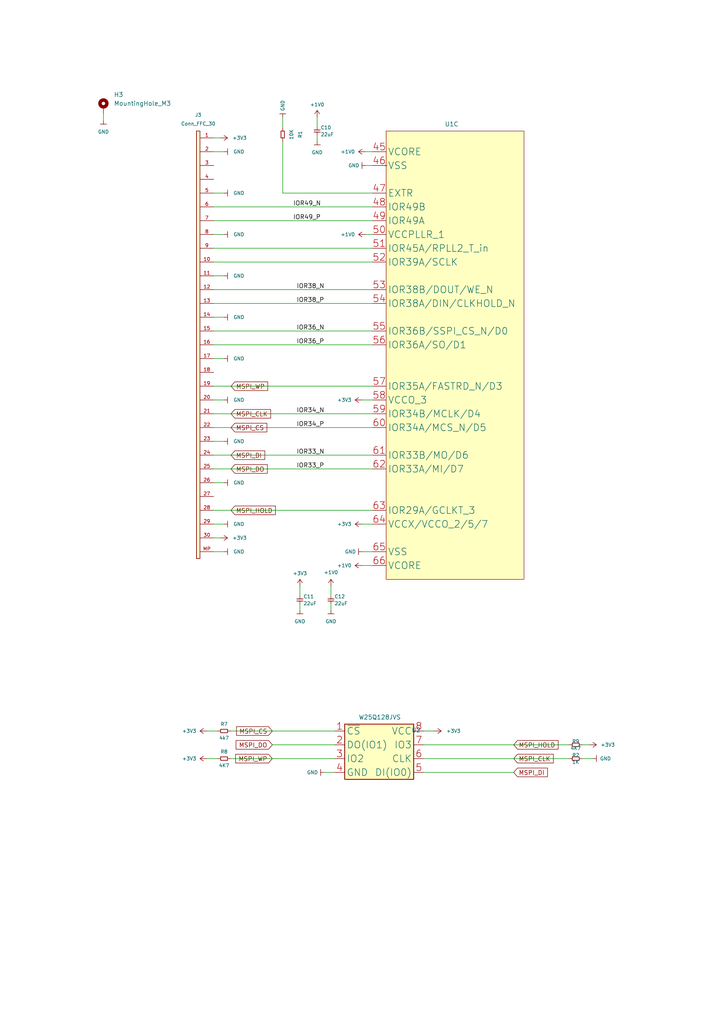
<source format=kicad_sch>
(kicad_sch (version 20231120) (generator "eeschema") (generator_version "8.0")
  (paper "A4" portrait)
  (lib_symbols
    (symbol "AI6YP:+1V0" (power) (pin_names (offset 0))
      (property "Value" "+1V0" (at 0 4 0))
      (symbol "+1V0_0_1"
        (polyline (pts (xy 0 0) (xy 0 2)))
        (polyline (pts (xy -0.7 1) (xy 0 2) (xy 0.7 1)))
      )
      (symbol "+1V0_1_1"
        (pin power_in line (at 0 0 90) (length 0) hide (name "+1V0") (number "1"))
      )
    )
    (symbol "AI6YP:+3V3" (power) (pin_names (offset 0))
      (property "Value" "+3V3" (at 0 4 0))
      (symbol "+3V3_0_1"
        (polyline (pts (xy 0 0) (xy 0 2)))
        (polyline (pts (xy -0.7 1) (xy 0 2) (xy 0.7 1)))
      )
      (symbol "+3V3_1_1"
        (pin power_in line (at 0 0 90) (length 0) hide (name "+3V3") (number "1"))
      )
    )
    (symbol "AI6YP:C" (pin_numbers hide) (pin_names (offset 0.254))
      (property "Reference" "C" (at 1 2 0))
      (property "Value" "C" (at 1 -2 0))
      (symbol "C_1_1"
        (polyline (pts (xy -0.9 -0.3) (xy 0.9 -0.3)) (stroke (width 0.2)))
        (polyline (pts (xy -0.9 0.3) (xy 0.9 0.3)) (stroke (width 0.2)))
        (pin passive line (at 0 1 270) (length 0.7) (name "~") (number "1"))
        (pin passive line (at 0 -1 90) (length 0.7) (name "~") (number "2"))
      )
    )
    (symbol "AI6YP:Conn_FFC_30" (pin_names (offset 1.016) hide)
      (property "Reference" "J" (at -20 65 0))
      (property "Value" "Conn_FFC_30" (at -20 -68 0))
      (symbol "Conn_FFC_30_1_1"
        (rectangle (start -20 62) (end -19 -62) (stroke (width 0.2)) (fill (type background)))
        (pin passive line (at -15 60 180) (length 4) (name "Pin_1") (number "1"))
        (pin passive line (at -15 24 180) (length 4) (name "Pin_10") (number "10"))
        (pin passive line (at -15 20 180) (length 4) (name "Pin_11") (number "11"))
        (pin passive line (at -15 16 180) (length 4) (name "Pin_12") (number "12"))
        (pin passive line (at -15 12 180) (length 4) (name "Pin_13") (number "13"))
        (pin passive line (at -15 8 180) (length 4) (name "Pin_14") (number "14"))
        (pin passive line (at -15 4 180) (length 4) (name "Pin_15") (number "15"))
        (pin passive line (at -15 0 180) (length 4) (name "Pin_16") (number "16"))
        (pin passive line (at -15 -4 180) (length 4) (name "Pin_17") (number "17"))
        (pin passive line (at -15 -8 180) (length 4) (name "Pin_18") (number "18"))
        (pin passive line (at -15 -12 180) (length 4) (name "Pin_19") (number "19"))
        (pin passive line (at -15 56 180) (length 4) (name "Pin_2") (number "2"))
        (pin passive line (at -15 -16 180) (length 4) (name "Pin_20") (number "20"))
        (pin passive line (at -15 -20 180) (length 4) (name "Pin_21") (number "21"))
        (pin passive line (at -15 -24 180) (length 4) (name "Pin_22") (number "22"))
        (pin passive line (at -15 -28 180) (length 4) (name "Pin_23") (number "23"))
        (pin passive line (at -15 -32 180) (length 4) (name "Pin_24") (number "24"))
        (pin passive line (at -15 -36 180) (length 4) (name "Pin_25") (number "25"))
        (pin passive line (at -15 -40 180) (length 4) (name "Pin_26") (number "26"))
        (pin passive line (at -15 -44 180) (length 4) (name "Pin_27") (number "27"))
        (pin passive line (at -15 -48 180) (length 4) (name "Pin_28") (number "28"))
        (pin passive line (at -15 -52 180) (length 4) (name "Pin_29") (number "29"))
        (pin passive line (at -15 52 180) (length 4) (name "Pin_3") (number "3"))
        (pin passive line (at -15 -56 180) (length 4) (name "Pin_30") (number "30"))
        (pin passive line (at -15 48 180) (length 4) (name "Pin_4") (number "4"))
        (pin passive line (at -15 44 180) (length 4) (name "Pin_5") (number "5"))
        (pin passive line (at -15 40 180) (length 4) (name "Pin_6") (number "6"))
        (pin passive line (at -15 36 180) (length 4) (name "Pin_7") (number "7"))
        (pin passive line (at -15 32 180) (length 4) (name "Pin_8") (number "8"))
        (pin passive line (at -15 28 180) (length 4) (name "Pin_9") (number "9"))
        (pin passive line (at -15 -60 180) (length 4) (name "Pin_MP") (number "MP"))
      )
    )
    (symbol "AI6YP:GND" (power) (pin_names (offset 0))
      (property "Value" "GND" (at 0 -2 0))
      (symbol "GND_0_1"
        (polyline (pts (xy -0.9 -1) (xy 0.9 -1)))
        (polyline (pts (xy 0 0) (xy 0 -1)))
      )
      (symbol "GND_1_1"
        (pin power_in line (at 0 0 270) (length 0) hide (name "GND") (number "1"))
      )
    )
    (symbol "AI6YP:GW2AR-88" (pin_names (offset 0.5))
      (property "Reference" "U" (at 15 -118 0))
      (symbol "GW2AR-88_1_1"
        (rectangle (start 0 4) (end 40 -126) (fill (type background)))
        (pin power_in line (at -4 0 0) (length 4) (name "VCORE") (number "1"))
        (pin bidirectional line (at -4 -60 0) (length 4) (name "IOL29A/GCLKT_6") (number "10"))
        (pin bidirectional line (at -4 -64 0) (length 4) (name "IOL29B/GCLKC_6") (number "11"))
        (pin power_in line (at -4 -68 0) (length 4) (name "VCCX/VCCO_2/6/7") (number "12"))
        (pin bidirectional line (at -4 -72 0) (length 4) (name "IOL45A/LPLL2_T_in") (number "13"))
        (pin power_in line (at -4 -76 0) (length 4) (name "VCCPLLL_1") (number "14"))
        (pin bidirectional line (at -4 -84 0) (length 4) (name "IOL47A/LPLL2_T_fb") (number "15"))
        (pin bidirectional line (at -4 -88 0) (length 4) (name "IOL47B/LPLL2_C_fb") (number "16"))
        (pin bidirectional line (at -4 -96 0) (length 4) (name "IOL49A") (number "17"))
        (pin bidirectional line (at -4 -100 0) (length 4) (name "IOL49B") (number "18"))
        (pin bidirectional line (at -4 -108 0) (length 4) (name "IOL51A") (number "19"))
        (pin power_in line (at -4 -4 0) (length 4) (name "VSS") (number "2"))
        (pin bidirectional line (at -4 -112 0) (length 4) (name "IOL51B") (number "20"))
        (pin bidirectional line (at -4 -116 0) (length 4) (name "VSS") (number "21"))
        (pin bidirectional line (at -4 -120 0) (length 4) (name "VCORE") (number "22"))
        (pin bidirectional line (at -4 -8 0) (length 4) (name "VCCX/VCCO_2/6/7") (number "3"))
        (pin bidirectional line (at -4 -24 0) (length 4) (name "IOL7a/LPLL1_T_in") (number "4"))
        (pin bidirectional line (at -4 -28 0) (length 4) (name "IOR25B/TMS") (number "5"))
        (pin bidirectional line (at -4 -36 0) (length 4) (name "IOR26A/TCK") (number "6"))
        (pin bidirectional line (at -4 -40 0) (length 4) (name "IOR26B/TDI") (number "7"))
        (pin bidirectional line (at -4 -48 0) (length 4) (name "IOR25A/TDO") (number "8"))
        (pin bidirectional line (at -4 -52 0) (length 4) (name "IOR31B/RECONFIG_N") (number "9"))
      )
      (symbol "GW2AR-88_2_1"
        (rectangle (start 0 10) (end 30 -115) (fill (type background)))
        (pin power_in line (at -4 7 0) (length 4) (name "VCCO_5") (number "23"))
        (pin power_in line (at -4 3 0) (length 4) (name "VSS") (number "24"))
        (pin bidirectional line (at -4 -1 0) (length 4) (name "IOB6A") (number "25"))
        (pin bidirectional line (at -4 -5 0) (length 4) (name "IOB6B") (number "26"))
        (pin bidirectional line (at -4 -13 0) (length 4) (name "IOB8A") (number "27"))
        (pin bidirectional line (at -4 -17 0) (length 4) (name "IOB8B") (number "28"))
        (pin bidirectional line (at -4 -25 0) (length 4) (name "IOB14A") (number "29"))
        (pin bidirectional line (at -4 -29 0) (length 4) (name "IOB14B") (number "30"))
        (pin bidirectional line (at -4 -37 0) (length 4) (name "IOB18A") (number "31"))
        (pin bidirectional line (at -4 -41 0) (length 4) (name "IOB18B") (number "32"))
        (pin bidirectional line (at -4 -49 0) (length 4) (name "IOB24A") (number "33"))
        (pin bidirectional line (at -4 -53 0) (length 4) (name "IOB24B") (number "34"))
        (pin bidirectional line (at -4 -61 0) (length 4) (name "IOB30A/GCLKT_4") (number "35"))
        (pin bidirectional line (at -4 -65 0) (length 4) (name "IOB30B/GCLKV_4") (number "36"))
        (pin bidirectional line (at -4 -73 0) (length 4) (name "IOB34A") (number "37"))
        (pin bidirectional line (at -4 -77 0) (length 4) (name "IOB34B") (number "38"))
        (pin bidirectional line (at -4 -85 0) (length 4) (name "IOB40A") (number "39"))
        (pin bidirectional line (at -4 -89 0) (length 4) (name "IOB40B") (number "40"))
        (pin bidirectional line (at -4 -97 0) (length 4) (name "IOB43A") (number "41"))
        (pin bidirectional line (at -4 -101 0) (length 4) (name "IOB42B") (number "42"))
        (pin power_in line (at -4 -109 0) (length 4) (name "VSS") (number "43"))
        (pin power_in line (at -4 -113 0) (length 4) (name "VCCO_4") (number "44"))
      )
      (symbol "GW2AR-88_3_1"
        (rectangle (start 0 10) (end 40 -120) (fill (type background)))
        (pin power_in line (at -4 4 0) (length 4) (name "VCORE") (number "45"))
        (pin power_in line (at -4 0 0) (length 4) (name "VSS") (number "46"))
        (pin bidirectional line (at -4 -8 0) (length 4) (name "EXTR") (number "47"))
        (pin bidirectional line (at -4 -12 0) (length 4) (name "IOR49B") (number "48"))
        (pin bidirectional line (at -4 -16 0) (length 4) (name "IOR49A") (number "49"))
        (pin power_in line (at -4 -20 0) (length 4) (name "VCCPLLR_1") (number "50"))
        (pin bidirectional line (at -4 -24 0) (length 4) (name "IOR45A/RPLL2_T_in") (number "51"))
        (pin bidirectional line (at -4 -28 0) (length 4) (name "IOR39A/SCLK") (number "52"))
        (pin bidirectional line (at -4 -36 0) (length 4) (name "IOR38B/DOUT/WE_N") (number "53"))
        (pin bidirectional line (at -4 -40 0) (length 4) (name "IOR38A/DIN/CLKHOLD_N") (number "54"))
        (pin bidirectional line (at -4 -48 0) (length 4) (name "IOR36B/SSPI_CS_N/D0") (number "55"))
        (pin bidirectional line (at -4 -52 0) (length 4) (name "IOR36A/SO/D1") (number "56"))
        (pin bidirectional line (at -4 -64 0) (length 4) (name "IOR35A/FASTRD_N/D3") (number "57"))
        (pin power_in line (at -4 -68 0) (length 4) (name "VCCO_3") (number "58"))
        (pin bidirectional line (at -4 -72 0) (length 4) (name "IOR34B/MCLK/D4") (number "59"))
        (pin bidirectional line (at -4 -76 0) (length 4) (name "IOR34A/MCS_N/D5") (number "60"))
        (pin bidirectional line (at -4 -84 0) (length 4) (name "IOR33B/MO/D6") (number "61"))
        (pin bidirectional line (at -4 -88 0) (length 4) (name "IOR33A/MI/D7") (number "62"))
        (pin bidirectional line (at -4 -100 0) (length 4) (name "IOR29A/GCLKT_3") (number "63"))
        (pin bidirectional line (at -4 -104 0) (length 4) (name "VCCX/VCCO_2/5/7") (number "64"))
        (pin power_in line (at -4 -112 0) (length 4) (name "VSS") (number "65"))
        (pin power_in line (at -4 -116 0) (length 4) (name "VCORE") (number "66"))
      )
      (symbol "GW2AR-88_4_1"
        (rectangle (start 0 7) (end 30 -134) (fill (type background)))
        (pin power_in line (at -4 -2 0) (length 4) (name "VCCO_1") (number "67"))
        (pin power_in line (at -4 -6 0) (length 4) (name "VSS") (number "68"))
        (pin bidirectional line (at -4 -14 0) (length 4) (name "IOT50A") (number "69"))
        (pin bidirectional line (at -4 -22 0) (length 4) (name "IOT44B") (number "70"))
        (pin bidirectional line (at -4 -26 0) (length 4) (name "IOT44A") (number "71"))
        (pin bidirectional line (at -4 -34 0) (length 4) (name "IOT40B") (number "72"))
        (pin bidirectional line (at -4 -38 0) (length 4) (name "IOT40A") (number "73"))
        (pin bidirectional line (at -4 -46 0) (length 4) (name "IOT34B") (number "74"))
        (pin bidirectional line (at -4 -50 0) (length 4) (name "IOT34A") (number "75"))
        (pin bidirectional line (at -4 -58 0) (length 4) (name "IOT30B/GCLKC_1") (number "76"))
        (pin bidirectional line (at -4 -62 0) (length 4) (name "IOT30A/GCLKT_1") (number "77"))
        (pin power_in line (at -4 -66 0) (length 4) (name "VCCO_0") (number "78"))
        (pin bidirectional line (at -4 -70 0) (length 4) (name "IOT27B/GCLKC_0") (number "79"))
        (pin bidirectional line (at -4 -74 0) (length 4) (name "IOT27A/GCLKT_0") (number "80"))
        (pin bidirectional line (at -4 -82 0) (length 4) (name "IOT17B") (number "81"))
        (pin bidirectional line (at -4 -86 0) (length 4) (name "IOT17A") (number "82"))
        (pin bidirectional line (at -4 -94 0) (length 4) (name "IOT6B") (number "83"))
        (pin bidirectional line (at -4 -98 0) (length 4) (name "IOT6A") (number "84"))
        (pin bidirectional line (at -4 -106 0) (length 4) (name "IOT4B") (number "85"))
        (pin bidirectional line (at -4 -110 0) (length 4) (name "IOT4A") (number "86"))
        (pin bidirectional line (at -4 -118 0) (length 4) (name "IOR30B/MODE1") (number "87"))
        (pin bidirectional line (at -4 -122 0) (length 4) (name "IOR30A/MODE0") (number "88"))
        (pin power_in line (at -4 -130 0) (length 4) (name "EPAD") (number "89"))
      )
    )
    (symbol "AI6YP:MountingHole_M3" (pin_numbers hide) (pin_names (offset 1.016) hide)
      (property "Reference" "H" (at 0 6.35 0))
      (property "Value" "MountingHole_M3" (at 0 4.445 0))
      (symbol "MountingHole_M3_1_1"
        (circle (center 0 0) (radius 1) (stroke (width 1)))
        (pin input line (at 0 -3 90) (length 2) (name "1") (number "1"))
      )
    )
    (symbol "AI6YP:R" (pin_numbers hide) (pin_names (offset 0))
      (property "Reference" "R" (at 2 0 90))
      (property "Value" "R" (at 0 0 90))
      (symbol "R_1_1"
        (rectangle (start -0.5 1) (end 0.5 -1) (stroke (width 0.2)))
        (pin passive line (at 0 2 270) (length 1) (name "~") (number "1"))
        (pin passive line (at 0 -2 90) (length 1) (name "~") (number "2"))
      )
    )
    (symbol "AI6YP:W25Q128JVS"
      (property "Reference" "U" (at 0 6 0))
      (property "Value" "W25Q128JVS" (at 0 4 0))
      (symbol "W25Q128JVS_0_1"
        (rectangle (start -10 3) (end 10 -13) (stroke (width 0.254)) (fill (type background)))
      )
      (symbol "W25Q128JVS_1_1"
        (pin input line (at -13 1 0) (length 3) (name "~{CS}") (number "1"))
        (pin bidirectional line (at -13 -3 0) (length 3) (name "DO(IO1)") (number "2"))
        (pin bidirectional line (at -13 -7 0) (length 3) (name "IO2") (number "3"))
        (pin power_in line (at -13 -11 0) (length 3) (name "GND") (number "4"))
        (pin bidirectional line (at 13 -11 180) (length 3) (name "DI(IO0)") (number "5"))
        (pin input line (at 13 -7 180) (length 3) (name "CLK") (number "6"))
        (pin bidirectional line (at 13 -3 180) (length 3) (name "IO3") (number "7"))
        (pin power_in line (at 13 1 180) (length 3) (name "VCC") (number "8"))
      )
    )
  )
  (wire (pts (xy 62 136) (xy 108 136)))
  (wire (pts (xy 106 68) (xy 108 68)))
  (wire (pts (xy 67 220) (xy 97 220)))
  (wire (pts (xy 62 96) (xy 108 96)))
  (wire (pts (xy 62 56) (xy 65 56)))
  (wire (pts (xy 94 224) (xy 97 224)))
  (wire (pts (xy 105 152) (xy 108 152)))
  (wire (pts (xy 62 72) (xy 108 72)))
  (wire (pts (xy 108 116) (xy 105 116)))
  (wire (pts (xy 62 92) (xy 65 92)))
  (wire (pts (xy 82 34) (xy 82 37)))
  (wire (pts (xy 62 100) (xy 108 100)))
  (wire (pts (xy 87 175) (xy 87 177)))
  (wire (pts (xy 169 220) (xy 172 220)))
  (wire (pts (xy 123 212) (xy 126 212)))
  (wire (pts (xy 62 44) (xy 65 44)))
  (wire (pts (xy 106 44) (xy 108 44)))
  (wire (pts (xy 67 212) (xy 97 212)))
  (wire (pts (xy 106 48) (xy 108 48)))
  (wire (pts (xy 79 216) (xy 97 216)))
  (wire (pts (xy 62 160) (xy 65 160)))
  (wire (pts (xy 123 220) (xy 165 220)))
  (wire (pts (xy 62 148) (xy 108 148)))
  (wire (pts (xy 60 212) (xy 63 212)))
  (wire (pts (xy 62 128) (xy 65 128)))
  (wire (pts (xy 62 76) (xy 108 76)))
  (wire (pts (xy 62 80) (xy 65 80)))
  (wire (pts (xy 96 170) (xy 96 173)))
  (wire (pts (xy 62 84) (xy 108 84)))
  (wire (pts (xy 92 39) (xy 92 41)))
  (wire (pts (xy 62 116) (xy 65 116)))
  (wire (pts (xy 62 124) (xy 108 124)))
  (wire (pts (xy 123 216) (xy 165 216)))
  (wire (pts (xy 123 224) (xy 149 224)))
  (wire (pts (xy 96 175) (xy 96 177)))
  (wire (pts (xy 62 140) (xy 65 140)))
  (wire (pts (xy 105 160) (xy 108 160)))
  (wire (pts (xy 169 216) (xy 171 216)))
  (wire (pts (xy 62 40) (xy 64 40)))
  (wire (pts (xy 62 120) (xy 108 120)))
  (wire (pts (xy 62 64) (xy 108 64)))
  (wire (pts (xy 62 112) (xy 108 112)))
  (wire (pts (xy 60 220) (xy 63 220)))
  (wire (pts (xy 82 41) (xy 82 56)))
  (wire (pts (xy 30 33) (xy 30 35)))
  (wire (pts (xy 62 132) (xy 108 132)))
  (wire (pts (xy 62 104) (xy 65 104)))
  (wire (pts (xy 82 56) (xy 108 56)))
  (wire (pts (xy 105 164) (xy 108 164)))
  (wire (pts (xy 62 68) (xy 65 68)))
  (wire (pts (xy 62 60) (xy 108 60)))
  (wire (pts (xy 62 156) (xy 64 156)))
  (wire (pts (xy 62 88) (xy 108 88)))
  (wire (pts (xy 92 34) (xy 92 37)))
  (wire (pts (xy 87 170) (xy 87 173)))
  (wire (pts (xy 62 152) (xy 65 152)))
  (label "IOR38_P" (at 86 88 0))
  (label "IOR36_N" (at 86 96 0))
  (label "IOR34_P" (at 86 124 0))
  (label "IOR33_N" (at 86 132 0))
  (label "IOR49_N" (at 85 60 0))
  (label "IOR49_P" (at 85 64 0))
  (label "IOR36_P" (at 86 100 0))
  (label "IOR33_P" (at 86 136 0))
  (label "IOR38_N" (at 86 84 0))
  (label "IOR34_N" (at 86 120 0))
  (global_label "MSPI_HOLD" (shape input) (at 67 148 0) (property "Intersheetrefs" "${INTERSHEET_REFS}" (effects (hide yes))))
  (global_label "MSPI_CLK" (shape input) (at 149 220 0) (property "Intersheetrefs" "${INTERSHEET_REFS}" (effects (hide yes))))
  (global_label "MSPI_CLK" (shape input) (at 67 120 0) (property "Intersheetrefs" "${INTERSHEET_REFS}" (effects (hide yes))))
  (global_label "MSPI_WP" (shape input) (at 67 112 0) (property "Intersheetrefs" "${INTERSHEET_REFS}" (effects (hide yes))))
  (global_label "MSPI_WP" (shape input) (at 79 220 180) (property "Intersheetrefs" "${INTERSHEET_REFS}" (effects (hide yes))))
  (global_label "MSPI_DO" (shape input) (at 79 216 180) (property "Intersheetrefs" "${INTERSHEET_REFS}" (effects (hide yes))))
  (global_label "MSPI_DO" (shape input) (at 67 136 0) (property "Intersheetrefs" "${INTERSHEET_REFS}" (effects (hide yes))))
  (global_label "MSPI_CS" (shape input) (at 79 212 180) (property "Intersheetrefs" "${INTERSHEET_REFS}" (effects (hide yes))))
  (global_label "MSPI_HOLD" (shape input) (at 149 216 0) (property "Intersheetrefs" "${INTERSHEET_REFS}" (effects (hide yes))))
  (global_label "MSPI_DI" (shape input) (at 67 132 0) (property "Intersheetrefs" "${INTERSHEET_REFS}" (effects (hide yes))))
  (global_label "MSPI_CS" (shape input) (at 67 124 0) (property "Intersheetrefs" "${INTERSHEET_REFS}" (effects (hide yes))))
  (global_label "MSPI_DI" (shape input) (at 149 224 0) (property "Intersheetrefs" "${INTERSHEET_REFS}" (effects (hide yes))))
  (symbol (lib_id "AI6YP:GND") (at 65 44 90) (unit 1)
    (property "Reference" "#PWR030" (effects (hide yes)))
    (property "Value" "GND" (at 67.68 43.9999 90) (effects (font (size 1 1)) (justify right)))
  )
  (symbol (lib_id "AI6YP:GND") (at 92 41 0) (unit 1)
    (property "Reference" "#PWR0106" (effects (hide yes)))
    (property "Value" "GND" (at 92 44.22 0) (effects (font (size 1 1))))
  )
  (symbol (lib_id "AI6YP:+3V3") (at 171 216 270) (unit 1)
    (property "Reference" "#PWR085" (effects (hide yes)))
    (property "Value" "+3V3" (at 174.21 215.9999 90) (effects (font (size 1 1)) (justify left)))
  )
  (symbol (lib_id "AI6YP:GND") (at 65 92 90) (unit 1)
    (property "Reference" "#PWR026" (effects (hide yes)))
    (property "Value" "GND" (at 67.68 91.9999 90) (effects (font (size 1 1)) (justify right)))
  )
  (symbol (lib_id "AI6YP:+3V3") (at 64 156 270) (unit 1)
    (property "Reference" "#PWR0120" (effects (hide yes)))
    (property "Value" "+3V3" (at 67.41 155.9999 90) (effects (font (size 1 1)) (justify left)))
  )
  (symbol (lib_id "AI6YP:GND") (at 65 116 90) (unit 1)
    (property "Reference" "#PWR024" (effects (hide yes)))
    (property "Value" "GND" (at 67.68 115.9999 90) (effects (font (size 1 1)) (justify right)))
  )
  (symbol (lib_id "AI6YP:MountingHole_M3") (at 30 30 0) (unit 1)
    (property "Reference" "H3" (at 33.02 27.46 0) (effects (justify left)))
    (property "Value" "MountingHole_M3" (at 33.02 30 0) (effects (justify left)))
    (property "Footprint" "AI6YP:MountingHole_3.2mm_M3_Pad_Via" (effects (hide yes)))
  )
  (symbol (lib_id "AI6YP:+3V3") (at 105 116 90) (unit 1)
    (property "Reference" "#PWR049" (effects (hide yes)))
    (property "Value" "+3V3" (at 101.97 115.9999 90) (effects (font (size 1 1)) (justify left)))
  )
  (symbol (lib_id "AI6YP:C") (at 92 38 0) (unit 1)
    (property "Reference" "C10" (at 93 37 0) (effects (font (size 1 1)) (justify left)))
    (property "Value" "22uF" (at 93 39 0) (effects (font (size 1 1)) (justify left)))
    (property "Footprint" "AI6YP:C_0603_1608Metric" (effects (hide yes)))
  )
  (symbol (lib_id "AI6YP:R") (at 167 216 90) (unit 1)
    (property "Reference" "R9" (at 167 215 90) (effects (font (size 1 1))))
    (property "Value" "4K7" (at 167 217 90) (effects (font (size 1 1))))
    (property "Footprint" "AI6YP:R_0603_1608Metric" (effects (hide yes)))
  )
  (symbol (lib_id "AI6YP:R") (at 65 212 90) (unit 1)
    (property "Reference" "R7" (at 65 210 90) (effects (font (size 1 1))))
    (property "Value" "4k7" (at 65 214 90) (effects (font (size 1 1))))
    (property "Footprint" "AI6YP:R_0603_1608Metric" (effects (hide yes)))
  )
  (symbol (lib_id "AI6YP:Conn_FFC_30") (at 77 100 0) (unit 1)
    (property "Reference" "J3" (at 57.5 33.34 0) (effects (font (size 1 1))))
    (property "Value" "Conn_FFC_30" (at 57.5 35.88 0) (effects (font (size 1 1))))
    (property "Footprint" "AI6YP:Hirose_FH12-30S-0.5SH_1x30-1MP_P0.50mm_Horizontal" (effects (hide yes)))
  )
  (symbol (lib_id "AI6YP:+3V3") (at 60 212 90) (unit 1)
    (property "Reference" "#PWR083" (effects (hide yes)))
    (property "Value" "+3V3" (at 56.97 211.9999 90) (effects (font (size 1 1)) (justify left)))
  )
  (symbol (lib_id "AI6YP:+3V3") (at 60 220 90) (unit 1)
    (property "Reference" "#PWR084" (effects (hide yes)))
    (property "Value" "+3V3" (at 56.97 219.9999 90) (effects (font (size 1 1)) (justify left)))
  )
  (symbol (lib_id "AI6YP:GND") (at 30 35 0) (unit 1)
    (property "Reference" "#PWR031" (effects (hide yes)))
    (property "Value" "GND" (at 30 38.22 0) (effects (font (size 1 1))))
  )
  (symbol (lib_id "AI6YP:W25Q128JVS") (at 110 213 0) (unit 1)
    (property "Reference" "U2" (at 119.31 211.73 0) (effects (justify left)))
    (property "Value" "W25Q128JVS" (at 104 208 0) (effects (justify left)))
    (property "Footprint" "AI6YP:SO-8_5.3x6.2mm_P1.27mm" (effects (hide yes)))
    (property "Datasheet" "http://www.winbond.com/resource-files/w25q128jv_dtr%20revc%2003272018%20plus.pdf" (effects (hide yes)))
  )
  (symbol (lib_id "AI6YP:GW2AR-88") (at 112 48 0) (unit 3)
    (property "Reference" "U1" (at 129 36 0) (effects (justify left)))
    (property "Value" "~" (at 112 48 0))
    (property "Footprint" "AI6YP:QFN-88-10x10mm-P0.4mm-EP6.74x6.74mm" (effects (hide yes)))
    (property "Datasheet" "https://cdn.gowinsemi.com.cn/DS226E.pdf" (effects (hide yes)))
  )
  (symbol (lib_id "AI6YP:GND") (at 106 48 270) (unit 1)
    (property "Reference" "#PWR046" (effects (hide yes)))
    (property "Value" "GND" (at 104.24 47.9999 90) (effects (font (size 1 1)) (justify right)))
  )
  (symbol (lib_id "AI6YP:+3V3") (at 105 152 90) (unit 1)
    (property "Reference" "#PWR050" (effects (hide yes)))
    (property "Value" "+3V3" (at 101.97 151.9999 90) (effects (font (size 1 1)) (justify left)))
  )
  (symbol (lib_id "AI6YP:GND") (at 82 34 180) (unit 1)
    (property "Reference" "#PWR077" (effects (hide yes)))
    (property "Value" "GND" (at 82.0001 32.24 90) (effects (font (size 1 1)) (justify right)))
  )
  (symbol (lib_id "AI6YP:GND") (at 65 104 90) (unit 1)
    (property "Reference" "#PWR025" (effects (hide yes)))
    (property "Value" "GND" (at 67.68 103.9999 90) (effects (font (size 1 1)) (justify right)))
  )
  (symbol (lib_id "AI6YP:GND") (at 65 152 90) (unit 1)
    (property "Reference" "#PWR021" (effects (hide yes)))
    (property "Value" "GND" (at 67.68 151.9999 90) (effects (font (size 1 1)) (justify right)))
  )
  (symbol (lib_id "AI6YP:+3V3") (at 64 40 270) (unit 1)
    (property "Reference" "#PWR0121" (effects (hide yes)))
    (property "Value" "+3V3" (at 67.41 39.9999 90) (effects (font (size 1 1)) (justify left)))
  )
  (symbol (lib_id "AI6YP:+1V0") (at 106 68 90) (unit 1)
    (property "Reference" "#PWR048" (effects (hide yes)))
    (property "Value" "+1V0" (at 102.97 67.9999 90) (effects (font (size 1 1)) (justify left)))
  )
  (symbol (lib_id "AI6YP:+1V0") (at 105 164 90) (unit 1)
    (property "Reference" "#PWR052" (effects (hide yes)))
    (property "Value" "+1V0" (at 101.97 163.9999 90) (effects (font (size 1 1)) (justify left)))
  )
  (symbol (lib_id "AI6YP:GND") (at 65 160 90) (unit 1)
    (property "Reference" "#PWR020" (effects (hide yes)))
    (property "Value" "GND" (at 67.68 159.9999 90) (effects (font (size 1 1)) (justify right)))
  )
  (symbol (lib_id "AI6YP:R") (at 65 220 90) (unit 1)
    (property "Reference" "R8" (at 65 218 90) (effects (font (size 1 1))))
    (property "Value" "4K7" (at 65 222 90) (effects (font (size 1 1))))
    (property "Footprint" "AI6YP:R_0603_1608Metric" (effects (hide yes)))
  )
  (symbol (lib_id "AI6YP:+3V3") (at 87 170 0) (unit 1)
    (property "Reference" "#PWR0107" (effects (hide yes)))
    (property "Value" "+3V3" (at 87 166.28 0) (effects (font (size 1 1))))
  )
  (symbol (lib_id "AI6YP:GND") (at 65 68 90) (unit 1)
    (property "Reference" "#PWR028" (effects (hide yes)))
    (property "Value" "GND" (at 67.68 67.9999 90) (effects (font (size 1 1)) (justify right)))
  )
  (symbol (lib_id "AI6YP:GND") (at 96 177 0) (unit 1)
    (property "Reference" "#PWR0110" (effects (hide yes)))
    (property "Value" "GND" (at 96 180.22 0) (effects (font (size 1 1))))
  )
  (symbol (lib_id "AI6YP:R") (at 82 39 0) (unit 1)
    (property "Reference" "R1" (at 87.07 39 90) (effects (font (size 1 1))))
    (property "Value" "10K" (at 84.53 39 90) (effects (font (size 1 1))))
    (property "Footprint" "AI6YP:R_0603_1608Metric" (effects (hide yes)))
  )
  (symbol (lib_id "AI6YP:GND") (at 65 80 90) (unit 1)
    (property "Reference" "#PWR027" (effects (hide yes)))
    (property "Value" "GND" (at 67.68 79.9999 90) (effects (font (size 1 1)) (justify right)))
  )
  (symbol (lib_id "AI6YP:GND") (at 94 224 270) (unit 1)
    (property "Reference" "#PWR075" (effects (hide yes)))
    (property "Value" "GND" (at 92.24 223.9999 90) (effects (font (size 1 1)) (justify right)))
  )
  (symbol (lib_id "AI6YP:GND") (at 65 128 90) (unit 1)
    (property "Reference" "#PWR023" (effects (hide yes)))
    (property "Value" "GND" (at 67.68 127.9999 90) (effects (font (size 1 1)) (justify right)))
  )
  (symbol (lib_id "AI6YP:+3V3") (at 126 212 270) (unit 1)
    (property "Reference" "#PWR076" (effects (hide yes)))
    (property "Value" "+3V3" (at 129.45 211.9999 90) (effects (font (size 1 1)) (justify left)))
  )
  (symbol (lib_id "AI6YP:+1V0") (at 106 44 90) (unit 1)
    (property "Reference" "#PWR045" (effects (hide yes)))
    (property "Value" "+1V0" (at 102.97 43.9999 90) (effects (font (size 1 1)) (justify left)))
  )
  (symbol (lib_id "AI6YP:R") (at 167 220 90) (unit 1)
    (property "Reference" "R2" (at 167 219 90) (effects (font (size 1 1))))
    (property "Value" "1K" (at 167 221 90) (effects (font (size 1 1))))
    (property "Footprint" "AI6YP:R_0603_1608Metric" (effects (hide yes)))
  )
  (symbol (lib_id "AI6YP:GND") (at 172 220 90) (unit 1)
    (property "Reference" "#PWR078" (effects (hide yes)))
    (property "Value" "GND" (at 174.02 219.9999 90) (effects (font (size 1 1)) (justify right)))
  )
  (symbol (lib_id "AI6YP:GND") (at 65 56 90) (unit 1)
    (property "Reference" "#PWR029" (effects (hide yes)))
    (property "Value" "GND" (at 67.68 55.9999 90) (effects (font (size 1 1)) (justify right)))
  )
  (symbol (lib_id "AI6YP:GND") (at 65 140 90) (unit 1)
    (property "Reference" "#PWR022" (effects (hide yes)))
    (property "Value" "GND" (at 67.68 139.9999 90) (effects (font (size 1 1)) (justify right)))
  )
  (symbol (lib_id "AI6YP:GND") (at 105 160 270) (unit 1)
    (property "Reference" "#PWR051" (effects (hide yes)))
    (property "Value" "GND" (at 103.24 159.9999 90) (effects (font (size 1 1)) (justify right)))
  )
  (symbol (lib_id "AI6YP:GND") (at 87 177 0) (unit 1)
    (property "Reference" "#PWR0108" (effects (hide yes)))
    (property "Value" "GND" (at 87 180.22 0) (effects (font (size 1 1))))
  )
  (symbol (lib_id "AI6YP:C") (at 96 174 0) (unit 1)
    (property "Reference" "C12" (at 97 173 0) (effects (font (size 1 1)) (justify left)))
    (property "Value" "22uF" (at 97 175 0) (effects (font (size 1 1)) (justify left)))
    (property "Footprint" "AI6YP:C_0603_1608Metric" (effects (hide yes)))
  )
  (symbol (lib_id "AI6YP:+1V0") (at 96 170 0) (unit 1)
    (property "Reference" "#PWR0109" (effects (hide yes)))
    (property "Value" "+1V0" (at 96 166 0) (effects (font (size 1 1))))
  )
  (symbol (lib_id "AI6YP:+1V0") (at 92 34 0) (unit 1)
    (property "Reference" "#PWR0105" (effects (hide yes)))
    (property "Value" "+1V0" (at 92 30.34 0) (effects (font (size 1 1))))
  )
  (symbol (lib_id "AI6YP:C") (at 87 174 0) (unit 1)
    (property "Reference" "C11" (at 88 173 0) (effects (font (size 1 1)) (justify left)))
    (property "Value" "22uF" (at 88 175 0) (effects (font (size 1 1)) (justify left)))
    (property "Footprint" "AI6YP:C_0603_1608Metric" (effects (hide yes)))
  )
)
</source>
